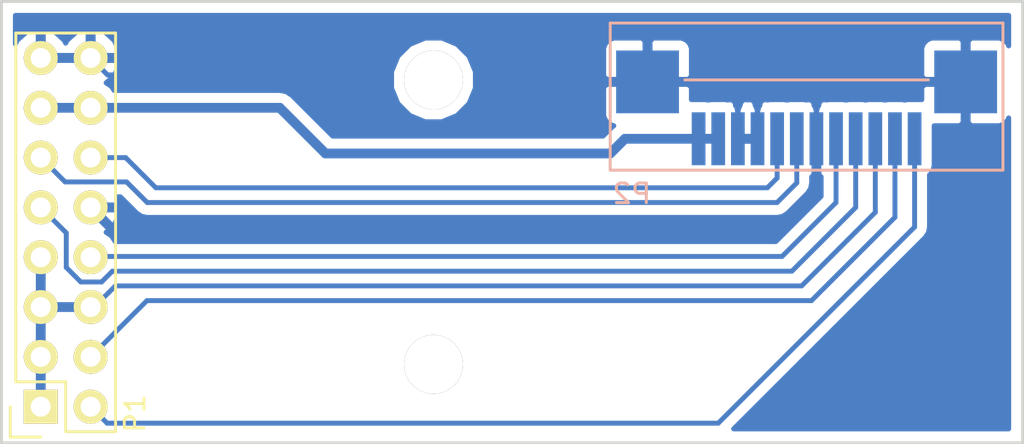
<source format=kicad_pcb>
(kicad_pcb (version 4) (host pcbnew "(2015-08-16 BZR 6097, Git b384c94)-product")

  (general
    (links 19)
    (no_connects 8)
    (area -0.075001 -22.575001 52.075001 0.075001)
    (thickness 1.6)
    (drawings 4)
    (tracks 71)
    (zones 0)
    (modules 4)
    (nets 10)
  )

  (page A4)
  (layers
    (0 F.Cu signal)
    (31 B.Cu signal)
    (32 B.Adhes user)
    (33 F.Adhes user)
    (34 B.Paste user)
    (35 F.Paste user)
    (36 B.SilkS user)
    (37 F.SilkS user)
    (38 B.Mask user)
    (39 F.Mask user)
    (40 Dwgs.User user)
    (41 Cmts.User user)
    (42 Eco1.User user)
    (43 Eco2.User user)
    (44 Edge.Cuts user)
    (45 Margin user)
    (46 B.CrtYd user)
    (47 F.CrtYd user)
    (48 B.Fab user)
    (49 F.Fab user)
  )

  (setup
    (last_trace_width 0.25)
    (trace_clearance 0.2)
    (zone_clearance 0.508)
    (zone_45_only no)
    (trace_min 0.2)
    (segment_width 0.2)
    (edge_width 0.15)
    (via_size 0.6)
    (via_drill 0.4)
    (via_min_size 0.4)
    (via_min_drill 0.3)
    (uvia_size 0.3)
    (uvia_drill 0.1)
    (uvias_allowed no)
    (uvia_min_size 0.2)
    (uvia_min_drill 0.1)
    (pcb_text_width 0.3)
    (pcb_text_size 1.5 1.5)
    (mod_edge_width 0.15)
    (mod_text_size 1 1)
    (mod_text_width 0.15)
    (pad_size 3.2 3.2)
    (pad_drill 0)
    (pad_to_mask_clearance 0.2)
    (aux_axis_origin 0 0)
    (visible_elements 7FFFFFFF)
    (pcbplotparams
      (layerselection 0x00030_80000001)
      (usegerberextensions false)
      (excludeedgelayer true)
      (linewidth 0.100000)
      (plotframeref false)
      (viasonmask false)
      (mode 1)
      (useauxorigin false)
      (hpglpennumber 1)
      (hpglpenspeed 20)
      (hpglpendiameter 15)
      (hpglpenoverlay 2)
      (psnegative false)
      (psa4output false)
      (plotreference true)
      (plotvalue true)
      (plotinvisibletext false)
      (padsonsilk false)
      (subtractmaskfromsilk false)
      (outputformat 1)
      (mirror false)
      (drillshape 1)
      (scaleselection 1)
      (outputdirectory ""))
  )

  (net 0 "")
  (net 1 /3V3)
  (net 2 /ZHOME)
  (net 3 /LASER)
  (net 4 /SCL)
  (net 5 /SDA)
  (net 6 /ZSTEP)
  (net 7 /ZDIR)
  (net 8 /12V)
  (net 9 GND)

  (net_class Default "This is the default net class."
    (clearance 0.2)
    (trace_width 0.25)
    (via_dia 0.6)
    (via_drill 0.4)
    (uvia_dia 0.3)
    (uvia_drill 0.1)
    (add_net /12V)
    (add_net /3V3)
    (add_net /LASER)
    (add_net /SCL)
    (add_net /SDA)
    (add_net /ZDIR)
    (add_net /ZHOME)
    (add_net /ZSTEP)
    (add_net GND)
  )

  (module Socket_Strips:Socket_Strip_Straight_2x08 (layer F.Cu) (tedit 0) (tstamp 55F1CF3F)
    (at 25.2 41.96 90)
    (descr "Through hole socket strip")
    (tags "socket strip")
    (path /55F1FB1E)
    (fp_text reference P1 (at -0.34 4.8 90) (layer F.SilkS)
      (effects (font (size 1 1) (thickness 0.15)))
    )
    (fp_text value CONN_02X08 (at 14.76 5.2 90) (layer F.Fab)
      (effects (font (size 1 1) (thickness 0.15)))
    )
    (fp_line (start -1.75 -1.75) (end -1.75 4.3) (layer F.CrtYd) (width 0.05))
    (fp_line (start 19.55 -1.75) (end 19.55 4.3) (layer F.CrtYd) (width 0.05))
    (fp_line (start -1.75 -1.75) (end 19.55 -1.75) (layer F.CrtYd) (width 0.05))
    (fp_line (start -1.75 4.3) (end 19.55 4.3) (layer F.CrtYd) (width 0.05))
    (fp_line (start 19.05 3.81) (end -1.27 3.81) (layer F.SilkS) (width 0.15))
    (fp_line (start 1.27 -1.27) (end 19.05 -1.27) (layer F.SilkS) (width 0.15))
    (fp_line (start 19.05 3.81) (end 19.05 -1.27) (layer F.SilkS) (width 0.15))
    (fp_line (start -1.27 3.81) (end -1.27 1.27) (layer F.SilkS) (width 0.15))
    (fp_line (start 0 -1.55) (end -1.55 -1.55) (layer F.SilkS) (width 0.15))
    (fp_line (start -1.27 1.27) (end 1.27 1.27) (layer F.SilkS) (width 0.15))
    (fp_line (start 1.27 1.27) (end 1.27 -1.27) (layer F.SilkS) (width 0.15))
    (fp_line (start -1.55 -1.55) (end -1.55 0) (layer F.SilkS) (width 0.15))
    (pad 1 thru_hole rect (at 0 0 90) (size 1.7272 1.7272) (drill 1.016) (layers *.Cu *.Mask F.SilkS)
      (net 1 /3V3))
    (pad 2 thru_hole oval (at 0 2.54 90) (size 1.7272 1.7272) (drill 1.016) (layers *.Cu *.Mask F.SilkS)
      (net 2 /ZHOME))
    (pad 3 thru_hole oval (at 2.54 0 90) (size 1.7272 1.7272) (drill 1.016) (layers *.Cu *.Mask F.SilkS)
      (net 1 /3V3))
    (pad 4 thru_hole oval (at 2.54 2.54 90) (size 1.7272 1.7272) (drill 1.016) (layers *.Cu *.Mask F.SilkS)
      (net 3 /LASER))
    (pad 5 thru_hole oval (at 5.08 0 90) (size 1.7272 1.7272) (drill 1.016) (layers *.Cu *.Mask F.SilkS)
      (net 1 /3V3))
    (pad 6 thru_hole oval (at 5.08 2.54 90) (size 1.7272 1.7272) (drill 1.016) (layers *.Cu *.Mask F.SilkS)
      (net 1 /3V3))
    (pad 7 thru_hole oval (at 7.62 0 90) (size 1.7272 1.7272) (drill 1.016) (layers *.Cu *.Mask F.SilkS)
      (net 1 /3V3))
    (pad 8 thru_hole oval (at 7.62 2.54 90) (size 1.7272 1.7272) (drill 1.016) (layers *.Cu *.Mask F.SilkS)
      (net 4 /SCL))
    (pad 9 thru_hole oval (at 10.16 0 90) (size 1.7272 1.7272) (drill 1.016) (layers *.Cu *.Mask F.SilkS)
      (net 5 /SDA))
    (pad 10 thru_hole oval (at 10.16 2.54 90) (size 1.7272 1.7272) (drill 1.016) (layers *.Cu *.Mask F.SilkS)
      (net 9 GND))
    (pad 11 thru_hole oval (at 12.7 0 90) (size 1.7272 1.7272) (drill 1.016) (layers *.Cu *.Mask F.SilkS)
      (net 6 /ZSTEP))
    (pad 12 thru_hole oval (at 12.7 2.54 90) (size 1.7272 1.7272) (drill 1.016) (layers *.Cu *.Mask F.SilkS)
      (net 7 /ZDIR))
    (pad 13 thru_hole oval (at 15.24 0 90) (size 1.7272 1.7272) (drill 1.016) (layers *.Cu *.Mask F.SilkS)
      (net 8 /12V))
    (pad 14 thru_hole oval (at 15.24 2.54 90) (size 1.7272 1.7272) (drill 1.016) (layers *.Cu *.Mask F.SilkS)
      (net 8 /12V))
    (pad 15 thru_hole oval (at 17.78 0 90) (size 1.7272 1.7272) (drill 1.016) (layers *.Cu *.Mask F.SilkS)
      (net 9 GND))
    (pad 16 thru_hole oval (at 17.78 2.54 90) (size 1.7272 1.7272) (drill 1.016) (layers *.Cu *.Mask F.SilkS)
      (net 9 GND))
    (model Socket_Strips.3dshapes/Socket_Strip_Straight_2x08.wrl
      (at (xyz 0.35 -0.05 0))
      (scale (xyz 1 1 1))
      (rotate (xyz 0 0 180))
    )
  )

  (module Engineering_Conn:MOLEX_52271-1279 (layer B.Cu) (tedit 55F1D314) (tstamp 55F1CF51)
    (at 64.2 28.3)
    (path /55F1FB85)
    (fp_text reference P2 (at -8.9 2.8) (layer B.SilkS)
      (effects (font (size 1 1) (thickness 0.15)) (justify mirror))
    )
    (fp_text value CONN_01X12 (at 0.1 -3.7) (layer B.Fab)
      (effects (font (size 1 1) (thickness 0.15)) (justify mirror))
    )
    (fp_line (start -10 1.6) (end -10 -5.9) (layer B.SilkS) (width 0.15))
    (fp_line (start -6.2 -3) (end 6.2 -3) (layer B.SilkS) (width 0.15))
    (fp_line (start 10 -5.9) (end -10 -5.9) (layer B.SilkS) (width 0.15))
    (fp_line (start 10 1.6) (end 10 -5.9) (layer B.SilkS) (width 0.15))
    (fp_line (start -10 1.6) (end 10 1.6) (layer B.SilkS) (width 0.15))
    (pad 1 smd rect (at -5.5 0) (size 0.7 2.7) (layers B.Cu B.Paste B.Mask)
      (net 8 /12V))
    (pad 2 smd rect (at -4.5 0) (size 0.7 2.7) (layers B.Cu B.Paste B.Mask)
      (net 8 /12V))
    (pad 3 smd rect (at -3.5 0) (size 0.7 2.7) (layers B.Cu B.Paste B.Mask)
      (net 9 GND))
    (pad 4 smd rect (at -2.5 0) (size 0.7 2.7) (layers B.Cu B.Paste B.Mask)
      (net 9 GND))
    (pad 5 smd rect (at -1.5 0) (size 0.7 2.7) (layers B.Cu B.Paste B.Mask)
      (net 7 /ZDIR))
    (pad 6 smd rect (at -0.5 0) (size 0.7 2.7) (layers B.Cu B.Paste B.Mask)
      (net 6 /ZSTEP))
    (pad 7 smd rect (at 0.5 0) (size 0.7 2.7) (layers B.Cu B.Paste B.Mask)
      (net 9 GND))
    (pad 8 smd rect (at 1.5 0) (size 0.7 2.7) (layers B.Cu B.Paste B.Mask)
      (net 4 /SCL))
    (pad 9 smd rect (at 2.5 0) (size 0.7 2.7) (layers B.Cu B.Paste B.Mask)
      (net 5 /SDA))
    (pad 10 smd rect (at 3.5 0) (size 0.7 2.7) (layers B.Cu B.Paste B.Mask)
      (net 1 /3V3))
    (pad 11 smd rect (at 4.5 0) (size 0.7 2.7) (layers B.Cu B.Paste B.Mask)
      (net 3 /LASER))
    (pad 12 smd rect (at 5.5 0) (size 0.7 2.7) (layers B.Cu B.Paste B.Mask)
      (net 2 /ZHOME))
    (pad 13 smd rect (at -8.1 -2.9) (size 3.2 3.2) (layers B.Cu B.Paste B.Mask)
      (net 9 GND))
    (pad 14 smd rect (at 8.1 -2.9) (size 3.2 3.2) (layers B.Cu B.Paste B.Mask)
      (net 9 GND))
  )

  (module Mounting_Holes:MountingHole_3mm (layer F.Cu) (tedit 55F1D66C) (tstamp 55F1D043)
    (at 45.2 39.8)
    (descr "Mounting hole, Befestigungsbohrung, 3mm, No Annular, Kein Restring,")
    (tags "Mounting hole, Befestigungsbohrung, 3mm, No Annular, Kein Restring,")
    (fp_text reference REF** (at 0 -4.0005) (layer F.SilkS) hide
      (effects (font (size 1 1) (thickness 0.15)))
    )
    (fp_text value MountingHole_3mm (at 0.6 -4.1) (layer F.Fab) hide
      (effects (font (size 1 1) (thickness 0.15)))
    )
    (fp_circle (center 0 0) (end 3 0) (layer Cmts.User) (width 0.381))
    (pad 1 thru_hole circle (at 0 0) (size 3 3) (drill 3) (layers))
  )

  (module Mounting_Holes:MountingHole_3mm (layer F.Cu) (tedit 55F1D666) (tstamp 55F1D04C)
    (at 45.2 25.3)
    (descr "Mounting hole, Befestigungsbohrung, 3mm, No Annular, Kein Restring,")
    (tags "Mounting hole, Befestigungsbohrung, 3mm, No Annular, Kein Restring,")
    (fp_text reference REF** (at 0.3 5.1) (layer F.SilkS) hide
      (effects (font (size 1 1) (thickness 0.15)))
    )
    (fp_text value MountingHole_3mm (at 1.00076 5.00126) (layer F.Fab) hide
      (effects (font (size 1 1) (thickness 0.15)))
    )
    (fp_circle (center 0 0) (end 3 0) (layer Cmts.User) (width 0.381))
    (pad 1 thru_hole circle (at 0 0) (size 3 3) (drill 3) (layers))
  )

  (gr_line (start 75.2 43.8) (end 23.2 43.8) (layer Edge.Cuts) (width 0.15))
  (gr_line (start 75.2 21.3) (end 75.2 43.8) (layer Edge.Cuts) (width 0.15))
  (gr_line (start 23.2 21.3) (end 75.2 21.3) (layer Edge.Cuts) (width 0.15))
  (gr_line (start 23.2 43.8) (end 23.2 21.3) (layer Edge.Cuts) (width 0.15))

  (segment (start 25.2 36.88) (end 27.74 36.88) (width 0.5) (layer B.Cu) (net 1))
  (segment (start 25.2 39.42) (end 25.2 41.96) (width 0.5) (layer B.Cu) (net 1))
  (segment (start 25.2 36.88) (end 25.2 39.42) (width 0.5) (layer B.Cu) (net 1))
  (segment (start 25.2 34.34) (end 25.2 36.88) (width 0.5) (layer B.Cu) (net 1))
  (segment (start 27.74 36.88) (end 27.92 36.88) (width 0.25) (layer B.Cu) (net 1))
  (segment (start 27.92 36.88) (end 29 35.8) (width 0.25) (layer B.Cu) (net 1))
  (segment (start 29 35.8) (end 63.95 35.8) (width 0.25) (layer B.Cu) (net 1))
  (segment (start 63.95 35.8) (end 67.7 32.05) (width 0.25) (layer B.Cu) (net 1))
  (segment (start 67.7 32.05) (end 67.7 29.9) (width 0.25) (layer B.Cu) (net 1))
  (segment (start 67.7 29.9) (end 67.7 28.3) (width 0.25) (layer B.Cu) (net 1))
  (segment (start 27.74 41.96) (end 28.58 42.8) (width 0.25) (layer B.Cu) (net 2))
  (segment (start 28.58 42.8) (end 59.7 42.8) (width 0.25) (layer B.Cu) (net 2))
  (segment (start 59.7 42.8) (end 69.7 32.8) (width 0.25) (layer B.Cu) (net 2))
  (segment (start 69.7 32.8) (end 69.7 28.3) (width 0.25) (layer B.Cu) (net 2))
  (segment (start 27.74 39.42) (end 30.61 36.55) (width 0.25) (layer B.Cu) (net 3))
  (segment (start 30.61 36.55) (end 64.45 36.55) (width 0.25) (layer B.Cu) (net 3))
  (segment (start 64.45 36.55) (end 68.7 32.3) (width 0.25) (layer B.Cu) (net 3))
  (segment (start 68.7 32.3) (end 68.7 29.9) (width 0.25) (layer B.Cu) (net 3))
  (segment (start 68.7 29.9) (end 68.7 28.3) (width 0.25) (layer B.Cu) (net 3))
  (segment (start 27.74 34.34) (end 27.78 34.3) (width 0.25) (layer B.Cu) (net 4))
  (segment (start 27.78 34.3) (end 62.95 34.3) (width 0.25) (layer B.Cu) (net 4))
  (segment (start 62.95 34.3) (end 65.7 31.55) (width 0.25) (layer B.Cu) (net 4))
  (segment (start 65.7 31.55) (end 65.7 28.3) (width 0.25) (layer B.Cu) (net 4))
  (segment (start 66.7 28.3) (end 66.7 31.8) (width 0.25) (layer B.Cu) (net 5))
  (segment (start 27.24087 35.6) (end 26.5 34.85913) (width 0.25) (layer B.Cu) (net 5))
  (segment (start 66.7 31.8) (end 63.45 35.05) (width 0.25) (layer B.Cu) (net 5))
  (segment (start 63.45 35.05) (end 28.85 35.05) (width 0.25) (layer B.Cu) (net 5))
  (segment (start 28.85 35.05) (end 28.3 35.6) (width 0.25) (layer B.Cu) (net 5))
  (segment (start 28.3 35.6) (end 27.24087 35.6) (width 0.25) (layer B.Cu) (net 5))
  (segment (start 26.5 34.85913) (end 26.5 33.1) (width 0.25) (layer B.Cu) (net 5))
  (segment (start 26.5 33.1) (end 25.2 31.8) (width 0.25) (layer B.Cu) (net 5))
  (segment (start 25.2 29.26) (end 26.44 30.5) (width 0.25) (layer B.Cu) (net 6))
  (segment (start 26.44 30.5) (end 29.57389 30.5) (width 0.25) (layer B.Cu) (net 6))
  (segment (start 29.57389 30.5) (end 30.62389 31.55) (width 0.25) (layer B.Cu) (net 6))
  (segment (start 30.62389 31.55) (end 62.7 31.55) (width 0.25) (layer B.Cu) (net 6))
  (segment (start 62.7 31.55) (end 63.7 30.55) (width 0.25) (layer B.Cu) (net 6))
  (segment (start 63.7 30.55) (end 63.7 29.9) (width 0.25) (layer B.Cu) (net 6))
  (segment (start 63.7 29.9) (end 63.7 28.3) (width 0.25) (layer B.Cu) (net 6))
  (segment (start 31.062948 30.8) (end 62.2 30.8) (width 0.25) (layer B.Cu) (net 7))
  (segment (start 27.74 29.26) (end 29.522948 29.26) (width 0.25) (layer B.Cu) (net 7))
  (segment (start 29.522948 29.26) (end 31.062948 30.8) (width 0.25) (layer B.Cu) (net 7))
  (segment (start 62.2 30.8) (end 62.7 30.3) (width 0.25) (layer B.Cu) (net 7))
  (segment (start 62.7 30.3) (end 62.7 28.3) (width 0.25) (layer B.Cu) (net 7))
  (segment (start 25.2 26.72) (end 27.74 26.72) (width 0.5) (layer B.Cu) (net 8))
  (segment (start 58.7 28.3) (end 59.7 28.3) (width 0.5) (layer B.Cu) (net 8))
  (segment (start 54.2 29.05) (end 54.95 28.3) (width 0.5) (layer B.Cu) (net 8))
  (segment (start 54.95 28.3) (end 58.7 28.3) (width 0.5) (layer B.Cu) (net 8))
  (segment (start 39.7 29.05) (end 54.2 29.05) (width 0.5) (layer B.Cu) (net 8))
  (segment (start 37.37 26.72) (end 39.7 29.05) (width 0.5) (layer B.Cu) (net 8))
  (segment (start 27.74 26.72) (end 37.37 26.72) (width 0.5) (layer B.Cu) (net 8))
  (segment (start 25.2 24.18) (end 27.74 24.18) (width 0.5) (layer B.Cu) (net 9))
  (segment (start 27.74 31.8) (end 28.99 33.05) (width 0.5) (layer B.Cu) (net 9))
  (segment (start 64.7 31.05) (end 64.7 28.3) (width 0.5) (layer B.Cu) (net 9))
  (segment (start 28.99 33.05) (end 62.7 33.05) (width 0.5) (layer B.Cu) (net 9))
  (segment (start 62.7 33.05) (end 64.7 31.05) (width 0.5) (layer B.Cu) (net 9))
  (segment (start 49.7 22.8) (end 52.3 25.4) (width 0.25) (layer B.Cu) (net 9))
  (segment (start 52.3 25.4) (end 56.1 25.4) (width 0.25) (layer B.Cu) (net 9))
  (segment (start 38.7 22.8) (end 49.7 22.8) (width 0.25) (layer B.Cu) (net 9))
  (segment (start 36.456401 25.043599) (end 38.7 22.8) (width 0.25) (layer B.Cu) (net 9))
  (segment (start 27.74 24.18) (end 28.603599 25.043599) (width 0.25) (layer B.Cu) (net 9))
  (segment (start 28.603599 25.043599) (end 36.456401 25.043599) (width 0.25) (layer B.Cu) (net 9))
  (segment (start 63.8 25.4) (end 72.3 25.4) (width 0.25) (layer B.Cu) (net 9))
  (segment (start 63.8 25.4) (end 64.7 26.3) (width 0.25) (layer B.Cu) (net 9))
  (segment (start 64.7 26.3) (end 64.7 28.3) (width 0.25) (layer B.Cu) (net 9))
  (segment (start 60.8 25.4) (end 63.8 25.4) (width 0.25) (layer B.Cu) (net 9))
  (segment (start 60.8 25.4) (end 61.7 26.3) (width 0.25) (layer B.Cu) (net 9))
  (segment (start 61.7 26.3) (end 61.7 28.3) (width 0.25) (layer B.Cu) (net 9))
  (segment (start 59.8 25.4) (end 60.8 25.4) (width 0.25) (layer B.Cu) (net 9))
  (segment (start 59.8 25.4) (end 60.7 26.3) (width 0.25) (layer B.Cu) (net 9))
  (segment (start 60.7 26.3) (end 60.7 28.3) (width 0.25) (layer B.Cu) (net 9))
  (segment (start 56.1 25.4) (end 59.8 25.4) (width 0.25) (layer B.Cu) (net 9))

  (zone (net 9) (net_name GND) (layer B.Cu) (tstamp 0) (hatch edge 0.508)
    (connect_pads (clearance 0.508))
    (min_thickness 0.254)
    (fill yes (arc_segments 16) (thermal_gap 0.508) (thermal_bridge_width 0.508))
    (polygon
      (pts
        (xy 23.2 21.3) (xy 75.2 21.3) (xy 75.2 43.8) (xy 23.2 43.8)
      )
    )
    (filled_polygon
      (pts
        (xy 74.49 23.565051) (xy 74.438327 23.440301) (xy 74.259698 23.261673) (xy 74.026309 23.165) (xy 72.58575 23.165)
        (xy 72.427 23.32375) (xy 72.427 25.273) (xy 72.447 25.273) (xy 72.447 25.527) (xy 72.427 25.527)
        (xy 72.427 27.47625) (xy 72.58575 27.635) (xy 74.026309 27.635) (xy 74.259698 27.538327) (xy 74.438327 27.359699)
        (xy 74.49 27.234949) (xy 74.49 43.09) (xy 60.484802 43.09) (xy 70.237401 33.337401) (xy 70.402148 33.090839)
        (xy 70.46 32.8) (xy 70.46 30.140757) (xy 70.501441 30.11409) (xy 70.646431 29.90189) (xy 70.69744 29.65)
        (xy 70.69744 27.635) (xy 72.01425 27.635) (xy 72.173 27.47625) (xy 72.173 25.527) (xy 70.22375 25.527)
        (xy 70.065 25.68575) (xy 70.065 26.305598) (xy 70.05 26.30256) (xy 69.35 26.30256) (xy 69.194493 26.331821)
        (xy 69.05 26.30256) (xy 68.35 26.30256) (xy 68.194493 26.331821) (xy 68.05 26.30256) (xy 67.35 26.30256)
        (xy 67.194493 26.331821) (xy 67.05 26.30256) (xy 66.35 26.30256) (xy 66.194493 26.331821) (xy 66.05 26.30256)
        (xy 65.35 26.30256) (xy 65.209913 26.328919) (xy 65.176309 26.315) (xy 64.98575 26.315) (xy 64.827 26.47375)
        (xy 64.827 26.59064) (xy 64.753569 26.69811) (xy 64.70256 26.95) (xy 64.70256 29.65) (xy 64.746838 29.885317)
        (xy 64.827 30.009892) (xy 64.827 30.12625) (xy 64.94 30.23925) (xy 64.94 31.235198) (xy 62.635198 33.54)
        (xy 28.992793 33.54) (xy 28.79967 33.250971) (xy 28.528839 33.070008) (xy 28.946821 32.68849) (xy 29.194968 32.159027)
        (xy 29.074469 31.927) (xy 27.867 31.927) (xy 27.867 31.947) (xy 27.613 31.947) (xy 27.613 31.927)
        (xy 27.593 31.927) (xy 27.593 31.673) (xy 27.613 31.673) (xy 27.613 31.653) (xy 27.867 31.653)
        (xy 27.867 31.673) (xy 29.074469 31.673) (xy 29.194968 31.440973) (xy 29.11015 31.26) (xy 29.259088 31.26)
        (xy 30.086489 32.087401) (xy 30.33305 32.252148) (xy 30.62389 32.31) (xy 62.7 32.31) (xy 62.990839 32.252148)
        (xy 63.237401 32.087401) (xy 64.237401 31.087401) (xy 64.402148 30.840839) (xy 64.46 30.55) (xy 64.46 30.23925)
        (xy 64.573 30.12625) (xy 64.573 30.00936) (xy 64.646431 29.90189) (xy 64.69744 29.65) (xy 64.69744 26.95)
        (xy 64.653162 26.714683) (xy 64.573 26.590108) (xy 64.573 26.47375) (xy 64.41425 26.315) (xy 64.223691 26.315)
        (xy 64.186829 26.330269) (xy 64.05 26.30256) (xy 63.35 26.30256) (xy 63.194493 26.331821) (xy 63.05 26.30256)
        (xy 62.35 26.30256) (xy 62.209913 26.328919) (xy 62.176309 26.315) (xy 61.98575 26.315) (xy 61.827 26.47375)
        (xy 61.827 26.59064) (xy 61.753569 26.69811) (xy 61.70256 26.95) (xy 61.70256 28.447) (xy 61.573 28.447)
        (xy 61.573 28.427) (xy 60.827 28.427) (xy 60.827 28.447) (xy 60.69744 28.447) (xy 60.69744 26.95)
        (xy 60.673674 26.82369) (xy 60.715 26.82369) (xy 60.715 28.01425) (xy 60.827 28.12625) (xy 60.827 28.173)
        (xy 61.573 28.173) (xy 61.573 28.12625) (xy 61.685 28.01425) (xy 61.685 26.82369) (xy 61.588327 26.590301)
        (xy 61.573 26.574974) (xy 61.573 26.47375) (xy 61.41425 26.315) (xy 61.223691 26.315) (xy 61.2 26.324813)
        (xy 61.176309 26.315) (xy 60.98575 26.315) (xy 60.827 26.47375) (xy 60.827 26.574974) (xy 60.811673 26.590301)
        (xy 60.715 26.82369) (xy 60.673674 26.82369) (xy 60.653162 26.714683) (xy 60.573 26.590108) (xy 60.573 26.47375)
        (xy 60.41425 26.315) (xy 60.223691 26.315) (xy 60.186829 26.330269) (xy 60.05 26.30256) (xy 59.35 26.30256)
        (xy 59.194493 26.331821) (xy 59.05 26.30256) (xy 58.35 26.30256) (xy 58.335 26.305382) (xy 58.335 25.68575)
        (xy 58.17625 25.527) (xy 56.227 25.527) (xy 56.227 25.547) (xy 55.973 25.547) (xy 55.973 25.527)
        (xy 54.02375 25.527) (xy 53.865 25.68575) (xy 53.865 27.12631) (xy 53.961673 27.359699) (xy 54.140302 27.538327)
        (xy 54.373691 27.635) (xy 54.382892 27.635) (xy 54.32421 27.67421) (xy 54.324208 27.674213) (xy 53.83342 28.165)
        (xy 40.066579 28.165) (xy 37.99579 26.09421) (xy 37.708675 25.902367) (xy 37.652484 25.89119) (xy 37.37 25.834999)
        (xy 37.369995 25.835) (xy 28.935998 25.835) (xy 28.861039 25.722815) (xy 43.06463 25.722815) (xy 43.38898 26.5078)
        (xy 43.989041 27.108909) (xy 44.773459 27.434628) (xy 45.622815 27.43537) (xy 46.4078 27.11102) (xy 47.008909 26.510959)
        (xy 47.334628 25.726541) (xy 47.33537 24.877185) (xy 47.01102 24.0922) (xy 46.59324 23.67369) (xy 53.865 23.67369)
        (xy 53.865 25.11425) (xy 54.02375 25.273) (xy 55.973 25.273) (xy 55.973 23.32375) (xy 56.227 23.32375)
        (xy 56.227 25.273) (xy 58.17625 25.273) (xy 58.335 25.11425) (xy 58.335 23.67369) (xy 70.065 23.67369)
        (xy 70.065 25.11425) (xy 70.22375 25.273) (xy 72.173 25.273) (xy 72.173 23.32375) (xy 72.01425 23.165)
        (xy 70.573691 23.165) (xy 70.340302 23.261673) (xy 70.161673 23.440301) (xy 70.065 23.67369) (xy 58.335 23.67369)
        (xy 58.238327 23.440301) (xy 58.059698 23.261673) (xy 57.826309 23.165) (xy 56.38575 23.165) (xy 56.227 23.32375)
        (xy 55.973 23.32375) (xy 55.81425 23.165) (xy 54.373691 23.165) (xy 54.140302 23.261673) (xy 53.961673 23.440301)
        (xy 53.865 23.67369) (xy 46.59324 23.67369) (xy 46.410959 23.491091) (xy 45.626541 23.165372) (xy 44.777185 23.16463)
        (xy 43.9922 23.48898) (xy 43.391091 24.089041) (xy 43.065372 24.873459) (xy 43.06463 25.722815) (xy 28.861039 25.722815)
        (xy 28.79967 25.630971) (xy 28.528839 25.450008) (xy 28.946821 25.06849) (xy 29.194968 24.539027) (xy 29.074469 24.307)
        (xy 27.867 24.307) (xy 27.867 24.327) (xy 27.613 24.327) (xy 27.613 24.307) (xy 25.327 24.307)
        (xy 25.327 24.327) (xy 25.073 24.327) (xy 25.073 24.307) (xy 25.053 24.307) (xy 25.053 24.053)
        (xy 25.073 24.053) (xy 25.073 22.846183) (xy 25.327 22.846183) (xy 25.327 24.053) (xy 27.613 24.053)
        (xy 27.613 22.846183) (xy 27.867 22.846183) (xy 27.867 24.053) (xy 29.074469 24.053) (xy 29.194968 23.820973)
        (xy 28.946821 23.29151) (xy 28.514947 22.897312) (xy 28.099026 22.725042) (xy 27.867 22.846183) (xy 27.613 22.846183)
        (xy 27.380974 22.725042) (xy 26.965053 22.897312) (xy 26.533179 23.29151) (xy 26.47 23.426313) (xy 26.406821 23.29151)
        (xy 25.974947 22.897312) (xy 25.559026 22.725042) (xy 25.327 22.846183) (xy 25.073 22.846183) (xy 24.840974 22.725042)
        (xy 24.425053 22.897312) (xy 23.993179 23.29151) (xy 23.91 23.468986) (xy 23.91 22.01) (xy 74.49 22.01)
      )
    )
  )
)

</source>
